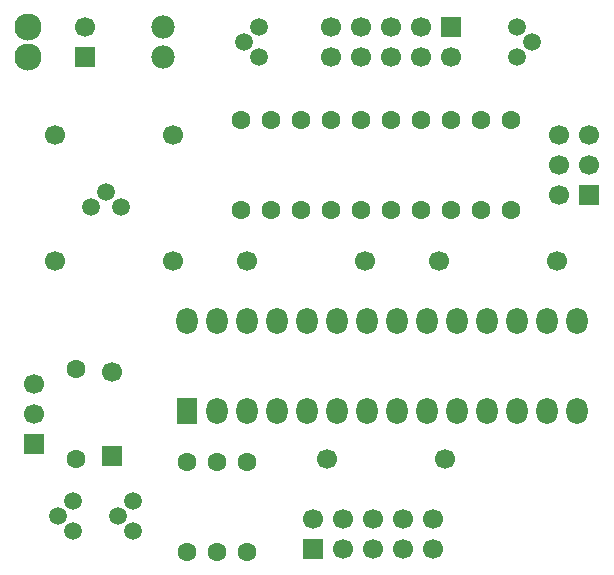
<source format=gts>
%FSLAX42Y42*%
%MOMM*%
G71*
G01*
G75*
%ADD10C,1.00*%
%ADD11C,0.25*%
%ADD12C,0.51*%
%ADD13C,0.41*%
%ADD14C,2.10*%
%ADD15C,1.50*%
%ADD16C,1.30*%
%ADD17R,1.50X1.50*%
%ADD18C,1.40*%
%ADD19O,1.57X2.03*%
%ADD20R,1.57X2.03*%
%ADD21C,1.78*%
%ADD22C,0.15*%
%ADD23C,0.20*%
%ADD24C,0.20*%
%ADD25R,1.90X0.80*%
%ADD26C,2.30*%
%ADD27C,1.70*%
%ADD28C,1.50*%
%ADD29R,1.70X1.70*%
%ADD30C,1.60*%
%ADD31O,1.78X2.24*%
%ADD32R,1.78X2.24*%
%ADD33C,1.98*%
D26*
X4445Y10363D02*
D03*
Y10617D02*
D03*
D27*
X5674Y9703D02*
D03*
X4674D02*
D03*
X5674Y8636D02*
D03*
X4674D02*
D03*
X6976Y6960D02*
D03*
X7976D02*
D03*
X7299Y8636D02*
D03*
X6299D02*
D03*
X8925D02*
D03*
X7925D02*
D03*
X8026Y10363D02*
D03*
X7772Y10617D02*
D03*
Y10363D02*
D03*
X7518Y10617D02*
D03*
Y10363D02*
D03*
X7264Y10617D02*
D03*
Y10363D02*
D03*
X7010Y10617D02*
D03*
Y10363D02*
D03*
X4928Y10617D02*
D03*
X8941Y9703D02*
D03*
X9195D02*
D03*
X8941Y9449D02*
D03*
X9195D02*
D03*
X8941Y9195D02*
D03*
X7874Y6452D02*
D03*
Y6198D02*
D03*
X7620Y6452D02*
D03*
Y6198D02*
D03*
X7366Y6452D02*
D03*
Y6198D02*
D03*
X7112Y6452D02*
D03*
Y6198D02*
D03*
X6858Y6452D02*
D03*
X4496Y7341D02*
D03*
Y7595D02*
D03*
X5156Y7696D02*
D03*
D28*
X8585Y10363D02*
D03*
Y10617D02*
D03*
X8712Y10490D02*
D03*
X6274D02*
D03*
X6401Y10363D02*
D03*
Y10617D02*
D03*
X5207Y6477D02*
D03*
X5334Y6350D02*
D03*
Y6604D02*
D03*
X4826D02*
D03*
Y6350D02*
D03*
X4699Y6477D02*
D03*
X5105Y9220D02*
D03*
X4978Y9093D02*
D03*
X5232D02*
D03*
D29*
X8026Y10617D02*
D03*
X4928Y10363D02*
D03*
X9195Y9195D02*
D03*
X6858Y6198D02*
D03*
X4496Y7087D02*
D03*
X5156Y6986D02*
D03*
D30*
X8280Y9830D02*
D03*
Y9068D02*
D03*
X8534Y9830D02*
D03*
Y9068D02*
D03*
X8026Y9830D02*
D03*
Y9068D02*
D03*
X7772Y9830D02*
D03*
Y9068D02*
D03*
X7518Y9830D02*
D03*
Y9068D02*
D03*
X7264Y9830D02*
D03*
Y9068D02*
D03*
X7010Y9830D02*
D03*
Y9068D02*
D03*
X6756Y9830D02*
D03*
Y9068D02*
D03*
X6502Y9830D02*
D03*
Y9068D02*
D03*
X6248Y9830D02*
D03*
Y9068D02*
D03*
X6045Y6934D02*
D03*
Y6172D02*
D03*
X5791Y6934D02*
D03*
Y6172D02*
D03*
X6299Y6934D02*
D03*
Y6172D02*
D03*
X4851Y7722D02*
D03*
Y6960D02*
D03*
D31*
X8585Y8128D02*
D03*
X6045Y7366D02*
D03*
X6299D02*
D03*
X6553D02*
D03*
X6807D02*
D03*
X7061D02*
D03*
X7315D02*
D03*
X7569D02*
D03*
X7823D02*
D03*
X8077D02*
D03*
X8331D02*
D03*
X8585D02*
D03*
X8839D02*
D03*
X9093D02*
D03*
X5791Y8128D02*
D03*
X6045D02*
D03*
X6299D02*
D03*
X6553D02*
D03*
X6807D02*
D03*
X7061D02*
D03*
X7315D02*
D03*
X7569D02*
D03*
X7823D02*
D03*
X8077D02*
D03*
X8331D02*
D03*
X8839D02*
D03*
X9093D02*
D03*
D32*
X5791Y7366D02*
D03*
D33*
X5588Y10617D02*
D03*
Y10363D02*
D03*
M02*

</source>
